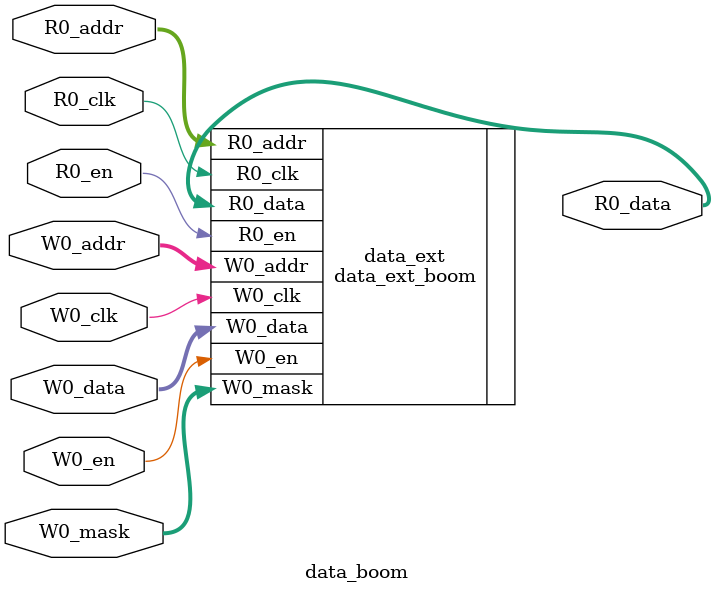
<source format=sv>
`ifndef RANDOMIZE
  `ifdef RANDOMIZE_REG_INIT
    `define RANDOMIZE
  `endif // RANDOMIZE_REG_INIT
`endif // not def RANDOMIZE
`ifndef RANDOMIZE
  `ifdef RANDOMIZE_MEM_INIT
    `define RANDOMIZE
  `endif // RANDOMIZE_MEM_INIT
`endif // not def RANDOMIZE

`ifndef RANDOM
  `define RANDOM $random
`endif // not def RANDOM

// Users can define 'PRINTF_COND' to add an extra gate to prints.
`ifndef PRINTF_COND_
  `ifdef PRINTF_COND
    `define PRINTF_COND_ (`PRINTF_COND)
  `else  // PRINTF_COND
    `define PRINTF_COND_ 1
  `endif // PRINTF_COND
`endif // not def PRINTF_COND_

// Users can define 'ASSERT_VERBOSE_COND' to add an extra gate to assert error printing.
`ifndef ASSERT_VERBOSE_COND_
  `ifdef ASSERT_VERBOSE_COND
    `define ASSERT_VERBOSE_COND_ (`ASSERT_VERBOSE_COND)
  `else  // ASSERT_VERBOSE_COND
    `define ASSERT_VERBOSE_COND_ 1
  `endif // ASSERT_VERBOSE_COND
`endif // not def ASSERT_VERBOSE_COND_

// Users can define 'STOP_COND' to add an extra gate to stop conditions.
`ifndef STOP_COND_
  `ifdef STOP_COND
    `define STOP_COND_ (`STOP_COND)
  `else  // STOP_COND
    `define STOP_COND_ 1
  `endif // STOP_COND
`endif // not def STOP_COND_

// Users can define INIT_RANDOM as general code that gets injected into the
// initializer block for modules with registers.
`ifndef INIT_RANDOM
  `define INIT_RANDOM
`endif // not def INIT_RANDOM

// If using random initialization, you can also define RANDOMIZE_DELAY to
// customize the delay used, otherwise 0.002 is used.
`ifndef RANDOMIZE_DELAY
  `define RANDOMIZE_DELAY 0.002
`endif // not def RANDOMIZE_DELAY

// Define INIT_RANDOM_PROLOG_ for use in our modules below.
`ifndef INIT_RANDOM_PROLOG_
  `ifdef RANDOMIZE
    `ifdef VERILATOR
      `define INIT_RANDOM_PROLOG_ `INIT_RANDOM
    `else  // VERILATOR
      `define INIT_RANDOM_PROLOG_ `INIT_RANDOM #`RANDOMIZE_DELAY begin end
    `endif // VERILATOR
  `else  // RANDOMIZE
    `define INIT_RANDOM_PROLOG_
  `endif // RANDOMIZE
`endif // not def INIT_RANDOM_PROLOG_

module data_boom(	// @[bim.scala:50:26]
  input  [10:0] R0_addr,
  input         R0_en,
                R0_clk,
  input  [10:0] W0_addr,
  input         W0_en,
                W0_clk,
  input  [7:0]  W0_data,
  input  [3:0]  W0_mask,
  output [7:0]  R0_data
);

  data_ext_boom data_ext (	// @[bim.scala:50:26]
    .R0_addr (R0_addr),
    .R0_en   (R0_en),
    .R0_clk  (R0_clk),
    .W0_addr (W0_addr),
    .W0_en   (W0_en),
    .W0_clk  (W0_clk),
    .W0_data (W0_data),
    .W0_mask (W0_mask),
    .R0_data (R0_data)
  );
endmodule


</source>
